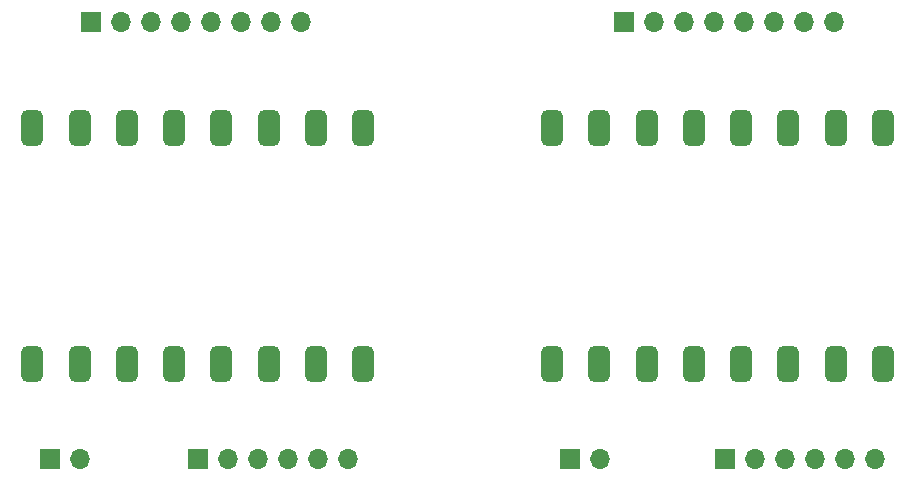
<source format=gts>
G04 #@! TF.GenerationSoftware,KiCad,Pcbnew,(6.0.1)*
G04 #@! TF.CreationDate,2023-03-29T19:46:05-04:00*
G04 #@! TF.ProjectId,G-NiceRF Breakout Board,472d4e69-6365-4524-9620-427265616b6f,rev?*
G04 #@! TF.SameCoordinates,Original*
G04 #@! TF.FileFunction,Soldermask,Top*
G04 #@! TF.FilePolarity,Negative*
%FSLAX46Y46*%
G04 Gerber Fmt 4.6, Leading zero omitted, Abs format (unit mm)*
G04 Created by KiCad (PCBNEW (6.0.1)) date 2023-03-29 19:46:05*
%MOMM*%
%LPD*%
G01*
G04 APERTURE LIST*
G04 Aperture macros list*
%AMRoundRect*
0 Rectangle with rounded corners*
0 $1 Rounding radius*
0 $2 $3 $4 $5 $6 $7 $8 $9 X,Y pos of 4 corners*
0 Add a 4 corners polygon primitive as box body*
4,1,4,$2,$3,$4,$5,$6,$7,$8,$9,$2,$3,0*
0 Add four circle primitives for the rounded corners*
1,1,$1+$1,$2,$3*
1,1,$1+$1,$4,$5*
1,1,$1+$1,$6,$7*
1,1,$1+$1,$8,$9*
0 Add four rect primitives between the rounded corners*
20,1,$1+$1,$2,$3,$4,$5,0*
20,1,$1+$1,$4,$5,$6,$7,0*
20,1,$1+$1,$6,$7,$8,$9,0*
20,1,$1+$1,$8,$9,$2,$3,0*%
G04 Aperture macros list end*
%ADD10R,1.700000X1.700000*%
%ADD11O,1.700000X1.700000*%
%ADD12RoundRect,0.450000X-0.450000X-1.050000X0.450000X-1.050000X0.450000X1.050000X-0.450000X1.050000X0*%
G04 APERTURE END LIST*
D10*
X137125000Y-45000000D03*
D11*
X139665000Y-45000000D03*
X142205000Y-45000000D03*
X144745000Y-45000000D03*
X147285000Y-45000000D03*
X149825000Y-45000000D03*
X152365000Y-45000000D03*
X154905000Y-45000000D03*
D10*
X145650000Y-82000000D03*
D11*
X148190000Y-82000000D03*
X150730000Y-82000000D03*
X153270000Y-82000000D03*
X155810000Y-82000000D03*
X158350000Y-82000000D03*
D10*
X88500000Y-82000000D03*
D11*
X91040000Y-82000000D03*
D10*
X92000000Y-45000000D03*
D11*
X94540000Y-45000000D03*
X97080000Y-45000000D03*
X99620000Y-45000000D03*
X102160000Y-45000000D03*
X104700000Y-45000000D03*
X107240000Y-45000000D03*
X109780000Y-45000000D03*
D10*
X132500000Y-82000000D03*
D11*
X135040000Y-82000000D03*
D12*
X87000000Y-54000000D03*
X91000000Y-54000000D03*
X95000000Y-54000000D03*
X99000000Y-54000000D03*
X103000000Y-54000000D03*
X107000000Y-54000000D03*
X111000000Y-54000000D03*
X115000000Y-54000000D03*
X87000000Y-74000000D03*
X91000000Y-74000000D03*
X95000000Y-74000000D03*
X99000000Y-74000000D03*
X103000000Y-74000000D03*
X107000000Y-74000000D03*
X111000000Y-74000000D03*
X115000000Y-74000000D03*
X131000000Y-54000000D03*
X135000000Y-54000000D03*
X139000000Y-54000000D03*
X143000000Y-54000000D03*
X147000000Y-54000000D03*
X151000000Y-54000000D03*
X155000000Y-54000000D03*
X159000000Y-54000000D03*
X131000000Y-74000000D03*
X135000000Y-74000000D03*
X139000000Y-74000000D03*
X143000000Y-74000000D03*
X147000000Y-74000000D03*
X151000000Y-74000000D03*
X155000000Y-74000000D03*
X159000000Y-74000000D03*
D10*
X101000000Y-82000000D03*
D11*
X103540000Y-82000000D03*
X106080000Y-82000000D03*
X108620000Y-82000000D03*
X111160000Y-82000000D03*
X113700000Y-82000000D03*
M02*

</source>
